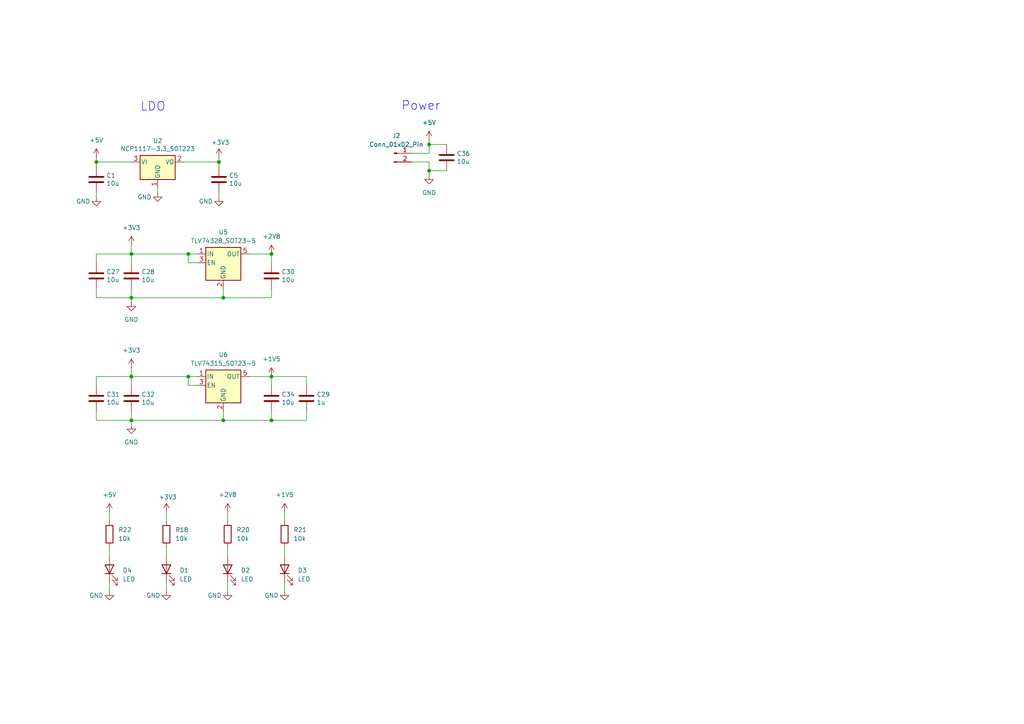
<source format=kicad_sch>
(kicad_sch (version 20250114) (generator "eeschema") (generator_version "9.0")
  (paper "A4")
  (lib_symbols
    (symbol "+3V3_1" (power) (pin_numbers (hide yes)) (pin_names (offset 0) (hide yes))
      (property "Value" "+3V3" (at 0 3.556 0))
      (symbol "+3V3_1_0_1"
        (polyline (pts (xy -0.762 1.27) (xy 0 2.54)))
        (polyline (pts (xy 0 2.54) (xy 0.762 1.27)))
        (polyline (pts (xy 0 0) (xy 0 2.54)))
      )
      (symbol "+3V3_1_1_1"
        (pin power_in line (at 0 0 90) (length 0) (name "~") (number "1"))
      )
    )
    (symbol "Connector:Conn_01x02_Pin" (pin_names (offset 1.016) (hide yes))
      (property "Reference" "J" (at 0 2.54 0))
      (property "Value" "Conn_01x02_Pin" (at 0 -5.08 0))
      (symbol "Conn_01x02_Pin_1_1"
        (rectangle (start 0.8636 0.127) (end 0 -0.127) (stroke (width 0.1524)) (fill (type outline)))
        (rectangle (start 0.8636 -2.413) (end 0 -2.667) (stroke (width 0.1524)) (fill (type outline)))
        (polyline (pts (xy 1.27 0) (xy 0.8636 0)) (stroke (width 0.1524)))
        (polyline (pts (xy 1.27 -2.54) (xy 0.8636 -2.54)) (stroke (width 0.1524)))
        (pin passive line (at 5.08 0 180) (length 3.81) (name "Pin_1") (number "1"))
        (pin passive line (at 5.08 -2.54 180) (length 3.81) (name "Pin_2") (number "2"))
      )
    )
    (symbol "Device:C" (pin_numbers (hide yes)) (pin_names (offset 0.254))
      (property "Reference" "C" (at 0.635 2.54 0))
      (property "Value" "C" (at 0.635 -2.54 0))
      (symbol "C_0_1"
        (polyline (pts (xy -2.032 0.762) (xy 2.032 0.762)) (stroke (width 0.508)))
        (polyline (pts (xy -2.032 -0.762) (xy 2.032 -0.762)) (stroke (width 0.508)))
      )
      (symbol "C_1_1"
        (pin passive line (at 0 3.81 270) (length 2.794) (name "~") (number "1"))
        (pin passive line (at 0 -3.81 90) (length 2.794) (name "~") (number "2"))
      )
    )
    (symbol "Device:LED" (pin_numbers (hide yes)) (pin_names (offset 1.016) (hide yes))
      (property "Reference" "D" (at 0 2.54 0))
      (property "Value" "LED" (at 0 -2.54 0))
      (symbol "LED_0_1"
        (polyline (pts (xy -3.048 -0.762) (xy -4.572 -2.286) (xy -3.81 -2.286) (xy -4.572 -2.286) (xy -4.572 -1.524)))
        (polyline (pts (xy -1.778 -0.762) (xy -3.302 -2.286) (xy -2.54 -2.286) (xy -3.302 -2.286) (xy -3.302 -1.524)))
        (polyline (pts (xy -1.27 0) (xy 1.27 0)))
        (polyline (pts (xy -1.27 -1.27) (xy -1.27 1.27)) (stroke (width 0.254)))
        (polyline (pts (xy 1.27 -1.27) (xy 1.27 1.27) (xy -1.27 0) (xy 1.27 -1.27)) (stroke (width 0.254)))
      )
      (symbol "LED_1_1"
        (pin passive line (at -3.81 0 0) (length 2.54) (name "K") (number "1"))
        (pin passive line (at 3.81 0 180) (length 2.54) (name "A") (number "2"))
      )
    )
    (symbol "Device:R" (pin_numbers (hide yes)) (pin_names (offset 0))
      (property "Reference" "R" (at 2.032 0 90))
      (property "Value" "R" (at 0 0 90))
      (symbol "R_0_1"
        (rectangle (start -1.016 -2.54) (end 1.016 2.54) (stroke (width 0.254)))
      )
      (symbol "R_1_1"
        (pin passive line (at 0 3.81 270) (length 1.27) (name "~") (number "1"))
        (pin passive line (at 0 -3.81 90) (length 1.27) (name "~") (number "2"))
      )
    )
    (symbol "GND_1" (power) (pin_numbers (hide yes)) (pin_names (offset 0) (hide yes))
      (property "Value" "GND" (at 0 -3.81 0))
      (symbol "GND_1_0_1"
        (polyline (pts (xy 0 0) (xy 0 -1.27) (xy 1.27 -1.27) (xy 0 -2.54) (xy -1.27 -1.27) (xy 0 -1.27)))
      )
      (symbol "GND_1_1_1"
        (pin power_in line (at 0 0 270) (length 0) (name "~") (number "1"))
      )
    )
    (symbol "GND_8" (power) (pin_numbers (hide yes)) (pin_names (offset 0) (hide yes))
      (property "Value" "GND" (at 0 -3.81 0))
      (symbol "GND_8_0_1"
        (polyline (pts (xy 0 0) (xy 0 -1.27) (xy 1.27 -1.27) (xy 0 -2.54) (xy -1.27 -1.27) (xy 0 -1.27)))
      )
      (symbol "GND_8_1_1"
        (pin power_in line (at 0 0 270) (length 0) (name "~") (number "1"))
      )
    )
    (symbol "Regulator_Linear:NCP1117-3.3_SOT223" (pin_names (offset 0.254))
      (property "Reference" "U" (at -3.81 3.175 0))
      (property "Value" "NCP1117-3.3_SOT223" (at 0 3.175 0))
      (symbol "NCP1117-3.3_SOT223_0_1"
        (rectangle (start -5.08 -5.08) (end 5.08 1.905) (stroke (width 0.254)) (fill (type background)))
      )
      (symbol "NCP1117-3.3_SOT223_1_1"
        (pin power_in line (at -7.62 0 0) (length 2.54) (name "VI") (number "3"))
        (pin power_in line (at 0 -7.62 90) (length 2.54) (name "GND") (number "1"))
        (pin power_out line (at 7.62 0 180) (length 2.54) (name "VO") (number "2"))
      )
    )
    (symbol "Regulator_Linear:TLV70012_SOT23-5" (pin_names (offset 0.254))
      (property "Reference" "U" (at -3.81 5.715 0))
      (property "Value" "TLV70012_SOT23-5" (at 0 5.715 0))
      (symbol "TLV70012_SOT23-5_0_1"
        (rectangle (start -5.08 4.445) (end 5.08 -5.08) (stroke (width 0.254)) (fill (type background)))
      )
      (symbol "TLV70012_SOT23-5_1_1"
        (pin power_in line (at -7.62 2.54 0) (length 2.54) (name "IN") (number "1"))
        (pin input line (at -7.62 0 0) (length 2.54) (name "EN") (number "3"))
        (pin power_in line (at 0 -7.62 90) (length 2.54) (name "GND") (number "2"))
        (pin no_connect line (at 5.08 0 180) (length 2.54) (hide yes) (name "NC") (number "4"))
        (pin power_out line (at 7.62 2.54 180) (length 2.54) (name "OUT") (number "5"))
      )
    )
    (symbol "power:+1V5" (power) (pin_numbers (hide yes)) (pin_names (offset 0) (hide yes))
      (property "Value" "+1V5" (at 0 3.556 0))
      (symbol "+1V5_0_1"
        (polyline (pts (xy -0.762 1.27) (xy 0 2.54)))
        (polyline (pts (xy 0 2.54) (xy 0.762 1.27)))
        (polyline (pts (xy 0 0) (xy 0 2.54)))
      )
      (symbol "+1V5_1_1"
        (pin power_in line (at 0 0 90) (length 0) (name "~") (number "1"))
      )
    )
    (symbol "power:+2V8" (power) (pin_numbers (hide yes)) (pin_names (offset 0) (hide yes))
      (property "Value" "+2V8" (at 0 3.556 0))
      (symbol "+2V8_0_1"
        (polyline (pts (xy -0.762 1.27) (xy 0 2.54)))
        (polyline (pts (xy 0 2.54) (xy 0.762 1.27)))
        (polyline (pts (xy 0 0) (xy 0 2.54)))
      )
      (symbol "+2V8_1_1"
        (pin power_in line (at 0 0 90) (length 0) (name "~") (number "1"))
      )
    )
    (symbol "power:+3V3" (power) (pin_names (offset 0))
      (property "Value" "+3V3" (at 0 3.556 0))
      (symbol "+3V3_0_1"
        (polyline (pts (xy -0.762 1.27) (xy 0 2.54)))
        (polyline (pts (xy 0 2.54) (xy 0.762 1.27)))
        (polyline (pts (xy 0 0) (xy 0 2.54)))
      )
      (symbol "+3V3_1_1"
        (pin power_in line (at 0 0 90) (length 0) (hide yes) (name "+3V3") (number "1"))
      )
    )
    (symbol "power:+5V" (power) (pin_numbers (hide yes)) (pin_names (offset 0) (hide yes))
      (property "Value" "+5V" (at 0 3.556 0))
      (symbol "+5V_0_1"
        (polyline (pts (xy -0.762 1.27) (xy 0 2.54)))
        (polyline (pts (xy 0 2.54) (xy 0.762 1.27)))
        (polyline (pts (xy 0 0) (xy 0 2.54)))
      )
      (symbol "+5V_1_1"
        (pin power_in line (at 0 0 90) (length 0) (name "~") (number "1"))
      )
    )
    (symbol "power:GND" (power) (pin_names (offset 0))
      (property "Value" "GND" (at 0 -3.81 0))
      (symbol "GND_0_1"
        (polyline (pts (xy 0 0) (xy 0 -1.27) (xy 1.27 -1.27) (xy 0 -2.54) (xy -1.27 -1.27) (xy 0 -1.27)))
      )
      (symbol "GND_1_1"
        (pin power_in line (at 0 0 270) (length 0) (hide yes) (name "GND") (number "1"))
      )
    )
  )
  (text "Power" (at 116.332 32.258 0) (effects (font (size 2.54 2.54)) (justify left bottom)))
  (text "LDO" (at 40.64 32.512 0) (effects (font (size 2.54 2.54)) (justify left bottom)))
  (junction (at 78.74 109.22))
  (junction (at 38.1 109.22))
  (junction (at 78.74 121.92))
  (junction (at 64.77 86.36))
  (junction (at 124.46 49.53))
  (junction (at 54.61 109.22))
  (junction (at 38.1 121.92))
  (junction (at 54.61 73.66))
  (junction (at 78.74 73.66))
  (junction (at 38.1 86.36))
  (junction (at 38.1 73.66))
  (junction (at 124.46 41.91))
  (junction (at 27.94 46.99))
  (junction (at 63.5 46.99))
  (junction (at 64.77 121.92))
  (wire (pts (xy 78.74 83.82) (xy 78.74 86.36)))
  (wire (pts (xy 38.1 86.36) (xy 38.1 87.63)))
  (wire (pts (xy 27.94 55.88) (xy 27.94 57.15)))
  (wire (pts (xy 45.72 54.61) (xy 45.72 55.88)))
  (wire (pts (xy 124.46 46.99) (xy 124.46 49.53)))
  (wire (pts (xy 38.1 121.92) (xy 38.1 123.19)))
  (wire (pts (xy 27.94 86.36) (xy 38.1 86.36)))
  (wire (pts (xy 38.1 109.22) (xy 38.1 111.76)))
  (wire (pts (xy 124.46 40.64) (xy 124.46 41.91)))
  (wire (pts (xy 27.94 111.76) (xy 27.94 109.22)))
  (wire (pts (xy 38.1 73.66) (xy 38.1 76.2)))
  (wire (pts (xy 53.34 46.99) (xy 63.5 46.99)))
  (wire (pts (xy 82.55 148.59) (xy 82.55 151.13)))
  (wire (pts (xy 27.94 109.22) (xy 38.1 109.22)))
  (wire (pts (xy 48.26 158.75) (xy 48.26 161.29)))
  (wire (pts (xy 124.46 41.91) (xy 129.54 41.91)))
  (wire (pts (xy 38.1 71.12) (xy 38.1 73.66)))
  (wire (pts (xy 54.61 109.22) (xy 57.15 109.22)))
  (wire (pts (xy 31.75 158.75) (xy 31.75 161.29)))
  (wire (pts (xy 31.75 168.91) (xy 31.75 171.45)))
  (wire (pts (xy 88.9 119.38) (xy 88.9 121.92)))
  (wire (pts (xy 54.61 76.2) (xy 54.61 73.66)))
  (wire (pts (xy 38.1 83.82) (xy 38.1 86.36)))
  (wire (pts (xy 66.04 148.59) (xy 66.04 151.13)))
  (wire (pts (xy 31.75 148.59) (xy 31.75 151.13)))
  (wire (pts (xy 27.94 76.2) (xy 27.94 73.66)))
  (wire (pts (xy 78.74 73.66) (xy 78.74 76.2)))
  (wire (pts (xy 119.38 44.45) (xy 124.46 44.45)))
  (wire (pts (xy 88.9 109.22) (xy 78.74 109.22)))
  (wire (pts (xy 64.77 83.82) (xy 64.77 86.36)))
  (wire (pts (xy 64.77 119.38) (xy 64.77 121.92)))
  (wire (pts (xy 63.5 48.26) (xy 63.5 46.99)))
  (wire (pts (xy 78.74 109.22) (xy 78.74 111.76)))
  (wire (pts (xy 27.94 73.66) (xy 38.1 73.66)))
  (wire (pts (xy 78.74 86.36) (xy 64.77 86.36)))
  (wire (pts (xy 124.46 49.53) (xy 129.54 49.53)))
  (wire (pts (xy 78.74 119.38) (xy 78.74 121.92)))
  (wire (pts (xy 38.1 119.38) (xy 38.1 121.92)))
  (wire (pts (xy 66.04 158.75) (xy 66.04 161.29)))
  (wire (pts (xy 88.9 121.92) (xy 78.74 121.92)))
  (wire (pts (xy 54.61 111.76) (xy 54.61 109.22)))
  (wire (pts (xy 48.26 168.91) (xy 48.26 171.45)))
  (wire (pts (xy 82.55 158.75) (xy 82.55 161.29)))
  (wire (pts (xy 72.39 109.22) (xy 78.74 109.22)))
  (wire (pts (xy 119.38 46.99) (xy 124.46 46.99)))
  (wire (pts (xy 27.94 48.26) (xy 27.94 46.99)))
  (wire (pts (xy 57.15 76.2) (xy 54.61 76.2)))
  (wire (pts (xy 38.1 46.99) (xy 27.94 46.99)))
  (wire (pts (xy 57.15 111.76) (xy 54.61 111.76)))
  (wire (pts (xy 27.94 45.72) (xy 27.94 46.99)))
  (wire (pts (xy 66.04 168.91) (xy 66.04 171.45)))
  (wire (pts (xy 38.1 106.68) (xy 38.1 109.22)))
  (wire (pts (xy 82.55 168.91) (xy 82.55 171.45)))
  (wire (pts (xy 27.94 121.92) (xy 38.1 121.92)))
  (wire (pts (xy 27.94 83.82) (xy 27.94 86.36)))
  (wire (pts (xy 63.5 46.99) (xy 63.5 45.72)))
  (wire (pts (xy 88.9 111.76) (xy 88.9 109.22)))
  (wire (pts (xy 38.1 121.92) (xy 64.77 121.92)))
  (wire (pts (xy 78.74 121.92) (xy 64.77 121.92)))
  (wire (pts (xy 63.5 55.88) (xy 63.5 57.15)))
  (wire (pts (xy 48.26 148.59) (xy 48.26 151.13)))
  (wire (pts (xy 38.1 109.22) (xy 54.61 109.22)))
  (wire (pts (xy 124.46 44.45) (xy 124.46 41.91)))
  (wire (pts (xy 38.1 73.66) (xy 54.61 73.66)))
  (wire (pts (xy 27.94 119.38) (xy 27.94 121.92)))
  (wire (pts (xy 38.1 86.36) (xy 64.77 86.36)))
  (wire (pts (xy 124.46 50.8) (xy 124.46 49.53)))
  (wire (pts (xy 54.61 73.66) (xy 57.15 73.66)))
  (wire (pts (xy 72.39 73.66) (xy 78.74 73.66)))
  (symbol (lib_id "Regulator_Linear:NCP1117-3.3_SOT223") (at 45.72 46.99 0) (unit 1)
    (property "Reference" "U2" (at 45.72 40.8432 0))
    (property "Value" "NCP1117-3.3_SOT223" (at 45.72 43.1546 0))
    (property "Footprint" "Package_TO_SOT_SMD:SOT-223-3_TabPin2" (effects (hide yes)))
    (property "Datasheet" "http://www.onsemi.com/pub_link/Collateral/NCP1117-D.PDF" (effects (hide yes)))
  )
  (symbol (lib_id "power:GND") (at 45.72 55.88 0) (unit 1)
    (property "Reference" "#PWR08" (effects (hide yes)))
    (property "Value" "GND" (at 41.91 57.15 0))
  )
  (symbol (lib_id "power:+3V3") (at 63.5 45.72 0) (unit 1)
    (property "Reference" "#PWR010" (effects (hide yes)))
    (property "Value" "+3V3" (at 63.881 41.3258 0))
  )
  (symbol (lib_id "Device:C") (at 27.94 52.07 0) (unit 1)
    (property "Reference" "C1" (at 30.861 50.9016 0) (effects (justify left)))
    (property "Value" "10u" (at 30.861 53.213 0) (effects (justify left)))
    (property "Footprint" "Capacitor_SMD:C_0603_1608Metric_Pad1.08x0.95mm_HandSolder" (effects (hide yes)))
  )
  (symbol (lib_id "Device:C") (at 63.5 52.07 0) (unit 1)
    (property "Reference" "C5" (at 66.421 50.9016 0) (effects (justify left)))
    (property "Value" "10u" (at 66.421 53.213 0) (effects (justify left)))
    (property "Footprint" "Capacitor_SMD:C_0603_1608Metric_Pad1.08x0.95mm_HandSolder" (effects (hide yes)))
  )
  (symbol (lib_id "power:GND") (at 27.94 57.15 0) (unit 1)
    (property "Reference" "#PWR03" (effects (hide yes)))
    (property "Value" "GND" (at 24.13 58.42 0))
  )
  (symbol (lib_id "power:GND") (at 63.5 57.15 0) (unit 1)
    (property "Reference" "#PWR011" (effects (hide yes)))
    (property "Value" "GND" (at 59.69 58.42 0))
  )
  (symbol (lib_id "Device:C") (at 27.94 115.57 0) (unit 1)
    (property "Reference" "C31" (at 30.861 114.4016 0) (effects (justify left)))
    (property "Value" "10u" (at 30.861 116.713 0) (effects (justify left)))
    (property "Footprint" "Capacitor_SMD:C_0603_1608Metric_Pad1.08x0.95mm_HandSolder" (effects (hide yes)))
  )
  (symbol (lib_id "power:+2V8") (at 78.74 73.66 0) (unit 1)
    (property "Reference" "#PWR029" (effects (hide yes)))
    (property "Value" "+2V8" (at 78.74 68.58 0))
    (property "Description" "Power symbol creates a global label with name \"+2V8\"" (effects (hide yes)))
  )
  (symbol (lib_name "GND_8") (lib_id "power:GND") (at 38.1 123.19 0) (unit 1)
    (property "Reference" "#PWR052" (effects (hide yes)))
    (property "Value" "GND" (at 38.1 128.27 0))
    (property "Description" "Power symbol creates a global label with name \"GND\" , ground" (effects (hide yes)))
  )
  (symbol (lib_id "Regulator_Linear:TLV70012_SOT23-5") (at 64.77 76.2 0) (unit 1)
    (property "Reference" "U5" (at 64.77 67.31 0))
    (property "Value" "TLV74328_SOT23-5" (at 64.77 69.85 0))
    (property "Footprint" "Package_TO_SOT_SMD:SOT-23-5" (effects (hide yes)))
    (property "Datasheet" "http://www.ti.com/lit/ds/symlink/tlv700.pdf" (effects (hide yes)))
    (property "Description" "200mA Low Dropout Voltage Regulator, Fixed Output 1.2V, SOT-23-5" (effects (hide yes)))
  )
  (symbol (lib_name "GND_1") (lib_id "power:GND") (at 124.46 50.8 0) (unit 1)
    (property "Reference" "#PWR066" (effects (hide yes)))
    (property "Value" "GND" (at 124.46 55.88 0))
    (property "Description" "Power symbol creates a global label with name \"GND\" , ground" (effects (hide yes)))
  )
  (symbol (lib_id "Device:C") (at 78.74 80.01 0) (unit 1)
    (property "Reference" "C30" (at 81.661 78.8416 0) (effects (justify left)))
    (property "Value" "10u" (at 81.661 81.153 0) (effects (justify left)))
    (property "Footprint" "Capacitor_SMD:C_0603_1608Metric_Pad1.08x0.95mm_HandSolder" (effects (hide yes)))
  )
  (symbol (lib_id "power:+3V3") (at 48.26 148.59 0) (unit 1)
    (property "Reference" "#PWR058" (effects (hide yes)))
    (property "Value" "+3V3" (at 48.641 144.1958 0))
  )
  (symbol (lib_id "Device:LED") (at 66.04 165.1 90) (unit 1)
    (property "Reference" "D2" (at 69.85 165.4174 90) (effects (justify right)))
    (property "Value" "LED" (at 69.85 167.9574 90) (effects (justify right)))
    (property "Footprint" "Diode_SMD:D_0603_1608Metric" (effects (hide yes)))
    (property "Description" "Light emitting diode" (effects (hide yes)))
    (property "Sim.Pins" "1=K 2=A" (effects (hide yes)))
  )
  (symbol (lib_id "power:+2V8") (at 66.04 148.59 0) (unit 1)
    (property "Reference" "#PWR047" (effects (hide yes)))
    (property "Value" "+2V8" (at 66.04 143.51 0))
    (property "Description" "Power symbol creates a global label with name \"+2V8\"" (effects (hide yes)))
  )
  (symbol (lib_id "Device:C") (at 78.74 115.57 0) (unit 1)
    (property "Reference" "C34" (at 81.661 114.4016 0) (effects (justify left)))
    (property "Value" "10u" (at 81.661 116.713 0) (effects (justify left)))
    (property "Footprint" "Capacitor_SMD:C_0603_1608Metric_Pad1.08x0.95mm_HandSolder" (effects (hide yes)))
  )
  (symbol (lib_id "power:GND") (at 31.75 171.45 0) (unit 1)
    (property "Reference" "#PWR064" (effects (hide yes)))
    (property "Value" "GND" (at 27.94 172.72 0))
  )
  (symbol (lib_id "Device:C") (at 129.54 45.72 0) (unit 1)
    (property "Reference" "C36" (at 132.461 44.5516 0) (effects (justify left)))
    (property "Value" "10u" (at 132.461 46.863 0) (effects (justify left)))
    (property "Footprint" "Capacitor_SMD:C_0603_1608Metric_Pad1.08x0.95mm_HandSolder" (effects (hide yes)))
  )
  (symbol (lib_id "Regulator_Linear:TLV70012_SOT23-5") (at 64.77 111.76 0) (unit 1)
    (property "Reference" "U6" (at 64.77 102.87 0))
    (property "Value" "TLV74315_SOT23-5" (at 64.77 105.41 0))
    (property "Footprint" "Package_TO_SOT_SMD:SOT-23-5" (effects (hide yes)))
    (property "Datasheet" "http://www.ti.com/lit/ds/symlink/tlv700.pdf" (effects (hide yes)))
    (property "Description" "200mA Low Dropout Voltage Regulator, Fixed Output 1.2V, SOT-23-5" (effects (hide yes)))
  )
  (symbol (lib_id "Device:R") (at 48.26 154.94 0) (unit 1)
    (property "Reference" "R18" (at 50.8 153.6699 0) (effects (justify left)))
    (property "Value" "10k" (at 50.8 156.2099 0) (effects (justify left)))
    (property "Footprint" "Resistor_SMD:R_0603_1608Metric_Pad0.98x0.95mm_HandSolder" (effects (hide yes)))
    (property "Description" "Resistor" (effects (hide yes)))
  )
  (symbol (lib_id "power:+1V5") (at 82.55 148.59 0) (unit 1)
    (property "Reference" "#PWR061" (effects (hide yes)))
    (property "Value" "+1V5" (at 82.55 143.51 0))
    (property "Description" "Power symbol creates a global label with name \"+1V5\"" (effects (hide yes)))
  )
  (symbol (lib_id "Device:C") (at 88.9 115.57 0) (unit 1)
    (property "Reference" "C29" (at 91.821 114.4016 0) (effects (justify left)))
    (property "Value" "1u" (at 91.821 116.713 0) (effects (justify left)))
    (property "Footprint" "Capacitor_SMD:C_0603_1608Metric_Pad1.08x0.95mm_HandSolder" (effects (hide yes)))
  )
  (symbol (lib_id "Connector:Conn_01x02_Pin") (at 114.3 44.45 0) (unit 1)
    (property "Reference" "J2" (at 114.935 39.37 0))
    (property "Value" "Conn_01x02_Pin" (at 114.935 41.91 0))
    (property "Footprint" "Connector_PinHeader_2.54mm:PinHeader_1x02_P2.54mm_Vertical" (effects (hide yes)))
    (property "Description" "Generic connector, single row, 01x02, script generated" (effects (hide yes)))
  )
  (symbol (lib_id "power:+5V") (at 27.94 45.72 0) (unit 1)
    (property "Reference" "#PWR063" (effects (hide yes)))
    (property "Value" "+5V" (at 27.94 40.64 0))
    (property "Description" "Power symbol creates a global label with name \"+5V\"" (effects (hide yes)))
  )
  (symbol (lib_id "power:GND") (at 66.04 171.45 0) (unit 1)
    (property "Reference" "#PWR060" (effects (hide yes)))
    (property "Value" "GND" (at 62.23 172.72 0))
  )
  (symbol (lib_id "power:GND") (at 48.26 171.45 0) (unit 1)
    (property "Reference" "#PWR059" (effects (hide yes)))
    (property "Value" "GND" (at 44.45 172.72 0))
  )
  (symbol (lib_name "GND_8") (lib_id "power:GND") (at 38.1 87.63 0) (unit 1)
    (property "Reference" "#PWR026" (effects (hide yes)))
    (property "Value" "GND" (at 38.1 92.71 0))
    (property "Description" "Power symbol creates a global label with name \"GND\" , ground" (effects (hide yes)))
  )
  (symbol (lib_id "Device:C") (at 27.94 80.01 0) (unit 1)
    (property "Reference" "C27" (at 30.861 78.8416 0) (effects (justify left)))
    (property "Value" "10u" (at 30.861 81.153 0) (effects (justify left)))
    (property "Footprint" "Capacitor_SMD:C_0603_1608Metric_Pad1.08x0.95mm_HandSolder" (effects (hide yes)))
  )
  (symbol (lib_id "power:+1V5") (at 78.74 109.22 0) (unit 1)
    (property "Reference" "#PWR053" (effects (hide yes)))
    (property "Value" "+1V5" (at 78.74 104.14 0))
    (property "Description" "Power symbol creates a global label with name \"+1V5\"" (effects (hide yes)))
  )
  (symbol (lib_id "Device:R") (at 82.55 154.94 0) (unit 1)
    (property "Reference" "R21" (at 85.09 153.6699 0) (effects (justify left)))
    (property "Value" "10k" (at 85.09 156.2099 0) (effects (justify left)))
    (property "Footprint" "Resistor_SMD:R_0603_1608Metric_Pad0.98x0.95mm_HandSolder" (effects (hide yes)))
    (property "Description" "Resistor" (effects (hide yes)))
  )
  (symbol (lib_id "Device:LED") (at 31.75 165.1 90) (unit 1)
    (property "Reference" "D4" (at 35.56 165.4174 90) (effects (justify right)))
    (property "Value" "LED" (at 35.56 167.9574 90) (effects (justify right)))
    (property "Footprint" "Diode_SMD:D_0603_1608Metric" (effects (hide yes)))
    (property "Description" "Light emitting diode" (effects (hide yes)))
    (property "Sim.Pins" "1=K 2=A" (effects (hide yes)))
  )
  (symbol (lib_id "Device:C") (at 38.1 115.57 0) (unit 1)
    (property "Reference" "C32" (at 41.021 114.4016 0) (effects (justify left)))
    (property "Value" "10u" (at 41.021 116.713 0) (effects (justify left)))
    (property "Footprint" "Capacitor_SMD:C_0603_1608Metric_Pad1.08x0.95mm_HandSolder" (effects (hide yes)))
  )
  (symbol (lib_id "power:GND") (at 82.55 171.45 0) (unit 1)
    (property "Reference" "#PWR062" (effects (hide yes)))
    (property "Value" "GND" (at 78.74 172.72 0))
  )
  (symbol (lib_id "Device:R") (at 66.04 154.94 0) (unit 1)
    (property "Reference" "R20" (at 68.58 153.6699 0) (effects (justify left)))
    (property "Value" "10k" (at 68.58 156.2099 0) (effects (justify left)))
    (property "Footprint" "Resistor_SMD:R_0603_1608Metric_Pad0.98x0.95mm_HandSolder" (effects (hide yes)))
    (property "Description" "Resistor" (effects (hide yes)))
  )
  (symbol (lib_id "Device:C") (at 38.1 80.01 0) (unit 1)
    (property "Reference" "C28" (at 41.021 78.8416 0) (effects (justify left)))
    (property "Value" "10u" (at 41.021 81.153 0) (effects (justify left)))
    (property "Footprint" "Capacitor_SMD:C_0603_1608Metric_Pad1.08x0.95mm_HandSolder" (effects (hide yes)))
  )
  (symbol (lib_id "power:+5V") (at 31.75 148.59 0) (unit 1)
    (property "Reference" "#PWR02" (effects (hide yes)))
    (property "Value" "+5V" (at 31.75 143.51 0))
    (property "Description" "Power symbol creates a global label with name \"+5V\"" (effects (hide yes)))
  )
  (symbol (lib_name "+3V3_1") (lib_id "power:+3V3") (at 38.1 106.68 0) (unit 1)
    (property "Reference" "#PWR030" (effects (hide yes)))
    (property "Value" "+3V3" (at 38.1 101.6 0))
    (property "Description" "Power symbol creates a global label with name \"+3V3\"" (effects (hide yes)))
  )
  (symbol (lib_id "Device:LED") (at 48.26 165.1 90) (unit 1)
    (property "Reference" "D1" (at 52.07 165.4174 90) (effects (justify right)))
    (property "Value" "LED" (at 52.07 167.9574 90) (effects (justify right)))
    (property "Footprint" "Diode_SMD:D_0603_1608Metric" (effects (hide yes)))
    (property "Description" "Light emitting diode" (effects (hide yes)))
    (property "Sim.Pins" "1=K 2=A" (effects (hide yes)))
  )
  (symbol (lib_id "Device:LED") (at 82.55 165.1 90) (unit 1)
    (property "Reference" "D3" (at 86.36 165.4174 90) (effects (justify right)))
    (property "Value" "LED" (at 86.36 167.9574 90) (effects (justify right)))
    (property "Footprint" "Diode_SMD:D_0603_1608Metric" (effects (hide yes)))
    (property "Description" "Light emitting diode" (effects (hide yes)))
    (property "Sim.Pins" "1=K 2=A" (effects (hide yes)))
  )
  (symbol (lib_name "+3V3_1") (lib_id "power:+3V3") (at 38.1 71.12 0) (unit 1)
    (property "Reference" "#PWR025" (effects (hide yes)))
    (property "Value" "+3V3" (at 38.1 66.04 0))
    (property "Description" "Power symbol creates a global label with name \"+3V3\"" (effects (hide yes)))
  )
  (symbol (lib_id "power:+5V") (at 124.46 40.64 0) (unit 1)
    (property "Reference" "#PWR065" (effects (hide yes)))
    (property "Value" "+5V" (at 124.46 35.56 0))
    (property "Description" "Power symbol creates a global label with name \"+5V\"" (effects (hide yes)))
  )
  (symbol (lib_id "Device:R") (at 31.75 154.94 0) (unit 1)
    (property "Reference" "R22" (at 34.29 153.6699 0) (effects (justify left)))
    (property "Value" "10k" (at 34.29 156.2099 0) (effects (justify left)))
    (property "Footprint" "Resistor_SMD:R_0603_1608Metric_Pad0.98x0.95mm_HandSolder" (effects (hide yes)))
    (property "Description" "Resistor" (effects (hide yes)))
  )
)
</source>
